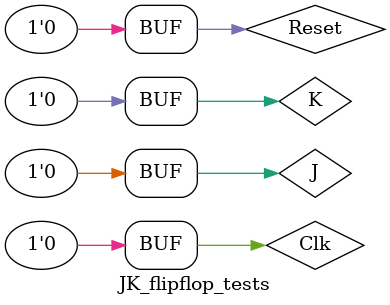
<source format=v>
`timescale 1ns / 1ps


module JK_flipflop_tests;

	// Inputs
	reg J;
	reg K;
	reg Clk;
	reg Reset;

	// Outputs
	wire Q;
	wire Q_bar;

	// Instantiate the Unit Under Test (UUT)
	JK_flipflop uut (
		.J(J), 
		.K(K), 
		.Clk(Clk), 
		.Reset(Reset), 
		.Q(Q), 
		.Q_bar(Q_bar)
	);

	initial begin
		Reset = 1;
		#50;
		Reset = 0;
	end
      
	initial begin
		Clk = 0;
		repeat(20)
		#100 Clk = ~Clk;
	end
	
	initial begin
		J = 0;
		repeat(20)
		#70 J = ~J;
	end
	
	initial begin
		K = 0;
		repeat(20)
		#40 K = ~K;
	end

endmodule


</source>
